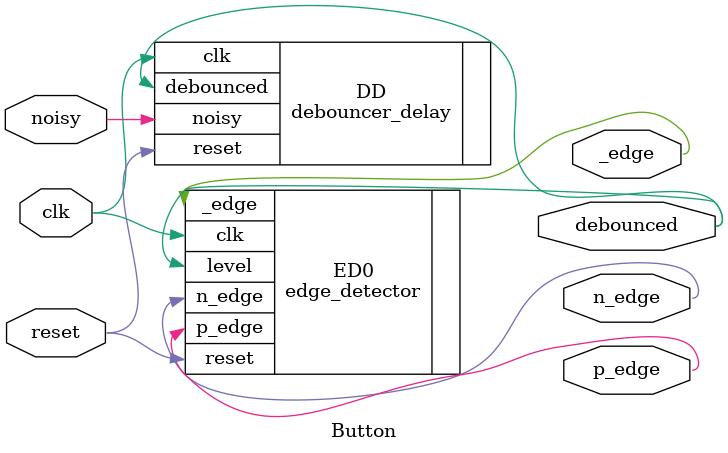
<source format=v>
`timescale 1ns / 1ps


module Button(
    input clk,
    input reset,
    input noisy,
    output debounced,
    output p_edge,
    output n_edge,
    output _edge
    );
    
    debouncer_delay DD(
    .clk(clk),
    .reset(reset),
    .noisy(noisy),
    .debounced(debounced)
    );
    
     edge_detector ED0(
     .clk(clk),
     .reset(reset),
     .level(debounced),
     .n_edge(n_edge),
     .p_edge(p_edge),
     ._edge(_edge)
     );
    
    
    
endmodule

</source>
